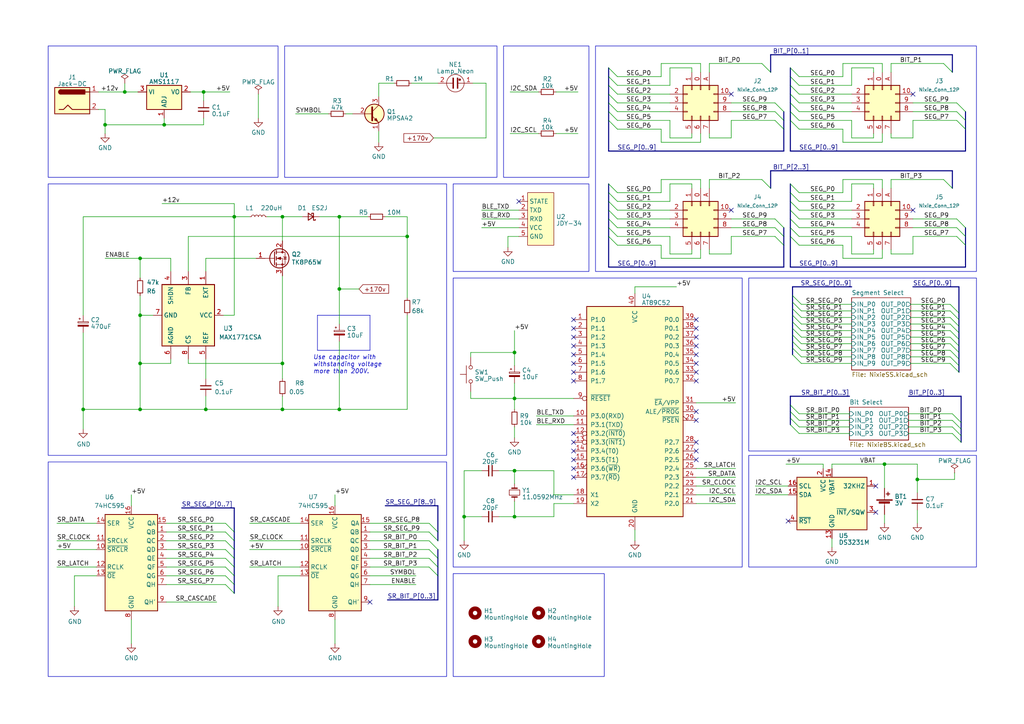
<source format=kicad_sch>
(kicad_sch (version 20230121) (generator eeschema)
  (paper "A4")
  (title_block (title "OpenNixie") (date "2023-06-28") (rev "v3.0"))
  (junction (at 30.48 36.195))
  (junction (at 149.225 102.235))
  (junction (at 47.625 36.195))
  (junction (at 149.225 149.86))
  (junction (at 24.13 118.745))
  (junction (at 81.915 105.41))
  (junction (at 81.915 118.745))
  (junction (at 98.425 118.745))
  (junction (at 59.055 26.67))
  (junction (at 98.425 83.82))
  (junction (at 81.915 62.865))
  (junction (at 67.945 62.865))
  (junction (at 256.54 134.62))
  (junction (at 40.64 118.745))
  (junction (at 266.065 139.065))
  (junction (at 40.64 74.93))
  (junction (at 149.225 136.525))
  (junction (at 40.64 105.41))
  (junction (at 134.62 149.86))
  (junction (at 98.425 62.865))
  (junction (at 36.195 26.67))
  (junction (at 118.11 68.58))
  (junction (at 40.64 91.44))
  (junction (at 149.225 115.57))
  (junction (at 59.69 118.745))
  (no_connect (at 264.795 27.305))
  (no_connect (at 166.37 110.49))
  (no_connect (at 201.93 105.41))
  (no_connect (at 166.37 102.87))
  (no_connect (at 201.93 110.49))
  (no_connect (at 254 140.97))
  (no_connect (at 228.6 151.13))
  (no_connect (at 201.93 107.95))
  (no_connect (at 201.93 128.27))
  (no_connect (at 166.37 97.79))
  (no_connect (at 166.37 128.27))
  (no_connect (at 264.795 60.96))
  (no_connect (at 201.93 100.33))
  (no_connect (at 166.37 92.71))
  (no_connect (at 166.37 105.41))
  (no_connect (at 150.495 58.42))
  (no_connect (at 201.93 102.87))
  (no_connect (at 166.37 138.43))
  (no_connect (at 166.37 100.33))
  (no_connect (at 166.37 107.95))
  (no_connect (at 254 148.59))
  (no_connect (at 166.37 135.89))
  (no_connect (at 212.09 27.305))
  (no_connect (at 201.93 133.35))
  (no_connect (at 201.93 119.38))
  (no_connect (at 166.37 130.81))
  (no_connect (at 166.37 133.35))
  (no_connect (at 201.93 97.79))
  (no_connect (at 201.93 95.25))
  (no_connect (at 201.93 92.71))
  (no_connect (at 201.93 130.81))
  (no_connect (at 201.93 121.92))
  (no_connect (at 107.315 174.625))
  (no_connect (at 212.09 60.96))
  (no_connect (at 166.37 125.73))
  (no_connect (at 166.37 95.25))
  (bus_entry (at 276.225 125.73) (size 2.54 2.54))
  (bus_entry (at 229.235 27.305) (size 2.54 2.54))
  (bus_entry (at 176.53 55.88) (size 2.54 2.54))
  (bus_entry (at 229.87 85.725) (size 2.54 2.54))
  (bus_entry (at 124.46 151.765) (size 2.54 2.54))
  (bus_entry (at 229.87 95.25) (size 2.54 2.54))
  (bus_entry (at 176.53 32.385) (size 2.54 2.54))
  (bus_entry (at 229.235 24.765) (size 2.54 2.54))
  (bus_entry (at 275.59 103.505) (size 2.54 2.54))
  (bus_entry (at 277.495 68.58) (size 2.54 2.54))
  (bus_entry (at 65.405 161.925) (size 2.54 2.54))
  (bus_entry (at 275.59 93.98) (size 2.54 2.54))
  (bus_entry (at 224.79 34.925) (size 2.54 2.54))
  (bus_entry (at 65.405 169.545) (size 2.54 2.54))
  (bus_entry (at 275.59 105.41) (size 2.54 2.54))
  (bus_entry (at 124.46 156.845) (size 2.54 2.54))
  (bus_entry (at 275.59 97.79) (size 2.54 2.54))
  (bus_entry (at 276.225 123.825) (size 2.54 2.54))
  (bus_entry (at 229.235 19.685) (size 2.54 2.54))
  (bus_entry (at 273.685 18.415) (size 2.54 2.54))
  (bus_entry (at 229.235 117.475) (size 2.54 2.54))
  (bus_entry (at 229.235 123.19) (size 2.54 2.54))
  (bus_entry (at 229.235 34.925) (size 2.54 2.54))
  (bus_entry (at 277.495 34.925) (size 2.54 2.54))
  (bus_entry (at 176.53 29.845) (size 2.54 2.54))
  (bus_entry (at 277.495 29.845) (size 2.54 2.54))
  (bus_entry (at 224.79 32.385) (size 2.54 2.54))
  (bus_entry (at 176.53 27.305) (size 2.54 2.54))
  (bus_entry (at 229.235 121.285) (size 2.54 2.54))
  (bus_entry (at 229.235 60.96) (size 2.54 2.54))
  (bus_entry (at 176.53 63.5) (size 2.54 2.54))
  (bus_entry (at 273.685 52.07) (size 2.54 2.54))
  (bus_entry (at 224.79 63.5) (size 2.54 2.54))
  (bus_entry (at 176.53 34.925) (size 2.54 2.54))
  (bus_entry (at 224.79 68.58) (size 2.54 2.54))
  (bus_entry (at 176.53 24.765) (size 2.54 2.54))
  (bus_entry (at 275.59 88.265) (size 2.54 2.54))
  (bus_entry (at 229.87 97.155) (size 2.54 2.54))
  (bus_entry (at 275.59 95.885) (size 2.54 2.54))
  (bus_entry (at 229.235 58.42) (size 2.54 2.54))
  (bus_entry (at 176.53 66.04) (size 2.54 2.54))
  (bus_entry (at 176.53 53.34) (size 2.54 2.54))
  (bus_entry (at 229.87 91.44) (size 2.54 2.54))
  (bus_entry (at 229.235 32.385) (size 2.54 2.54))
  (bus_entry (at 229.87 99.06) (size 2.54 2.54))
  (bus_entry (at 124.46 161.925) (size 2.54 2.54))
  (bus_entry (at 229.235 53.34) (size 2.54 2.54))
  (bus_entry (at 276.225 121.92) (size 2.54 2.54))
  (bus_entry (at 229.235 63.5) (size 2.54 2.54))
  (bus_entry (at 275.59 99.695) (size 2.54 2.54))
  (bus_entry (at 229.235 119.38) (size 2.54 2.54))
  (bus_entry (at 229.235 68.58) (size 2.54 2.54))
  (bus_entry (at 224.79 29.845) (size 2.54 2.54))
  (bus_entry (at 124.46 164.465) (size 2.54 2.54))
  (bus_entry (at 229.235 22.225) (size 2.54 2.54))
  (bus_entry (at 229.235 66.04) (size 2.54 2.54))
  (bus_entry (at 229.87 89.535) (size 2.54 2.54))
  (bus_entry (at 65.405 159.385) (size 2.54 2.54))
  (bus_entry (at 275.59 101.6) (size 2.54 2.54))
  (bus_entry (at 277.495 66.04) (size 2.54 2.54))
  (bus_entry (at 176.53 58.42) (size 2.54 2.54))
  (bus_entry (at 224.79 66.04) (size 2.54 2.54))
  (bus_entry (at 277.495 63.5) (size 2.54 2.54))
  (bus_entry (at 229.87 93.345) (size 2.54 2.54))
  (bus_entry (at 65.405 156.845) (size 2.54 2.54))
  (bus_entry (at 176.53 19.685) (size 2.54 2.54))
  (bus_entry (at 229.235 29.845) (size 2.54 2.54))
  (bus_entry (at 275.59 90.17) (size 2.54 2.54))
  (bus_entry (at 124.46 154.305) (size 2.54 2.54))
  (bus_entry (at 229.87 102.87) (size 2.54 2.54))
  (bus_entry (at 65.405 151.765) (size 2.54 2.54))
  (bus_entry (at 65.405 167.005) (size 2.54 2.54))
  (bus_entry (at 65.405 164.465) (size 2.54 2.54))
  (bus_entry (at 220.98 52.07) (size 2.54 2.54))
  (bus_entry (at 229.87 87.63) (size 2.54 2.54))
  (bus_entry (at 229.87 100.965) (size 2.54 2.54))
  (bus_entry (at 275.59 92.075) (size 2.54 2.54))
  (bus_entry (at 65.405 154.305) (size 2.54 2.54))
  (bus_entry (at 277.495 32.385) (size 2.54 2.54))
  (bus_entry (at 276.225 120.015) (size 2.54 2.54))
  (bus_entry (at 124.46 159.385) (size 2.54 2.54))
  (bus_entry (at 176.53 60.96) (size 2.54 2.54))
  (bus_entry (at 176.53 22.225) (size 2.54 2.54))
  (bus_entry (at 220.98 18.415) (size 2.54 2.54))
  (bus_entry (at 176.53 68.58) (size 2.54 2.54))
  (bus_entry (at 229.235 55.88) (size 2.54 2.54))
  (wire (pts (xy 80.645 167.005) (xy 86.995 167.005)))
  (bus (pts (xy 229.235 68.58) (xy 229.235 77.47)))
  (wire (pts (xy 98.425 62.865) (xy 98.425 83.82)))
  (wire (pts (xy 212.09 34.925) (xy 212.09 40.005)))
  (wire (pts (xy 46.99 59.055) (xy 67.945 59.055)))
  (wire (pts (xy 253.365 73.66) (xy 247.015 73.66)))
  (bus (pts (xy 127 154.305) (xy 127 156.845)))
  (wire (pts (xy 100.33 33.02) (xy 102.235 33.02)))
  (wire (pts (xy 264.795 63.5) (xy 277.495 63.5)))
  (wire (pts (xy 255.905 41.275) (xy 244.475 41.275)))
  (bus (pts (xy 227.33 34.925) (xy 227.33 37.465)))
  (bus (pts (xy 278.13 96.52) (xy 278.13 94.615)))
  (wire (pts (xy 256.54 134.62) (xy 266.065 134.62)))
  (bus (pts (xy 227.33 32.385) (xy 227.33 34.925)))
  (wire (pts (xy 81.915 105.41) (xy 81.915 109.855)))
  (bus (pts (xy 229.235 19.685) (xy 229.235 22.225)))
  (wire (pts (xy 244.475 74.93) (xy 244.475 71.12)))
  (bus (pts (xy 176.53 77.47) (xy 227.33 77.47)))
  (wire (pts (xy 203.2 54.61) (xy 203.2 52.07)))
  (wire (pts (xy 212.09 40.005) (xy 205.74 40.005)))
  (bus (pts (xy 278.13 92.71) (xy 278.13 90.805)))
  (bus (pts (xy 229.87 87.63) (xy 229.87 85.725)))
  (wire (pts (xy 264.16 99.695) (xy 275.59 99.695)))
  (wire (pts (xy 194.31 73.66) (xy 194.31 68.58)))
  (wire (pts (xy 72.39 159.385) (xy 86.995 159.385)))
  (bus (pts (xy 229.87 99.06) (xy 229.87 97.155)))
  (wire (pts (xy 179.07 22.225) (xy 191.77 22.225)))
  (wire (pts (xy 200.66 40.005) (xy 194.31 40.005)))
  (wire (pts (xy 203.2 74.93) (xy 191.77 74.93)))
  (bus (pts (xy 278.13 102.235) (xy 278.13 100.33)))
  (bus (pts (xy 263.525 114.935) (xy 278.765 114.935)))
  (bus (pts (xy 127 161.925) (xy 127 164.465)))
  (wire (pts (xy 232.41 97.79) (xy 247.015 97.79)))
  (wire (pts (xy 149.225 149.86) (xy 160.655 149.86)))
  (bus (pts (xy 67.945 164.465) (xy 67.945 167.005)))
  (wire (pts (xy 109.855 38.1) (xy 109.855 41.275)))
  (wire (pts (xy 244.475 41.275) (xy 244.475 37.465)))
  (wire (pts (xy 166.37 146.05) (xy 160.655 146.05)))
  (bus (pts (xy 176.53 24.765) (xy 176.53 27.305)))
  (wire (pts (xy 59.055 26.67) (xy 66.675 26.67)))
  (wire (pts (xy 107.315 167.005) (xy 120.65 167.005)))
  (bus (pts (xy 229.87 83.185) (xy 229.87 85.725)))
  (wire (pts (xy 147.955 38.735) (xy 156.21 38.735)))
  (wire (pts (xy 264.795 68.58) (xy 277.495 68.58)))
  (bus (pts (xy 227.33 71.12) (xy 227.33 77.47)))
  (wire (pts (xy 264.795 34.925) (xy 277.495 34.925)))
  (wire (pts (xy 201.93 116.84) (xy 213.36 116.84)))
  (wire (pts (xy 231.775 34.925) (xy 247.015 34.925)))
  (bus (pts (xy 223.52 15.875) (xy 276.225 15.875)))
  (wire (pts (xy 264.16 105.41) (xy 275.59 105.41)))
  (bus (pts (xy 229.87 102.87) (xy 229.87 100.965)))
  (wire (pts (xy 36.195 24.13) (xy 36.195 26.67)))
  (bus (pts (xy 67.945 154.305) (xy 67.945 156.845)))
  (bus (pts (xy 229.87 95.25) (xy 229.87 93.345)))
  (wire (pts (xy 255.905 18.415) (xy 244.475 18.415)))
  (bus (pts (xy 278.13 104.14) (xy 278.13 102.235)))
  (wire (pts (xy 231.775 55.88) (xy 244.475 55.88)))
  (bus (pts (xy 229.235 117.475) (xy 229.235 114.935)))
  (bus (pts (xy 176.53 22.225) (xy 176.53 24.765)))
  (wire (pts (xy 155.575 120.65) (xy 166.37 120.65)))
  (wire (pts (xy 179.07 34.925) (xy 194.31 34.925)))
  (wire (pts (xy 149.225 102.235) (xy 149.225 106.045)))
  (wire (pts (xy 92.71 62.865) (xy 98.425 62.865)))
  (wire (pts (xy 253.365 19.685) (xy 247.015 19.685)))
  (wire (pts (xy 244.475 22.225) (xy 244.475 18.415)))
  (bus (pts (xy 112.395 173.99) (xy 127 173.99)))
  (wire (pts (xy 256.54 134.62) (xy 256.54 141.605)))
  (wire (pts (xy 97.155 179.705) (xy 97.155 186.69)))
  (bus (pts (xy 227.33 37.465) (xy 227.33 43.815)))
  (wire (pts (xy 86.995 151.765) (xy 72.39 151.765)))
  (wire (pts (xy 205.74 54.61) (xy 205.74 52.07)))
  (wire (pts (xy 149.225 115.57) (xy 149.225 118.745)))
  (wire (pts (xy 24.13 62.865) (xy 24.13 91.44)))
  (wire (pts (xy 28.575 31.75) (xy 30.48 31.75)))
  (wire (pts (xy 264.16 92.075) (xy 275.59 92.075)))
  (wire (pts (xy 16.51 159.385) (xy 27.94 159.385)))
  (wire (pts (xy 139.7 60.96) (xy 150.495 60.96)))
  (wire (pts (xy 232.41 103.505) (xy 247.015 103.505)))
  (wire (pts (xy 184.15 83.185) (xy 196.215 83.185)))
  (bus (pts (xy 229.235 22.225) (xy 229.235 24.765)))
  (wire (pts (xy 205.74 18.415) (xy 220.98 18.415)))
  (wire (pts (xy 227.965 134.62) (xy 238.76 134.62)))
  (wire (pts (xy 244.475 55.88) (xy 244.475 52.07)))
  (bus (pts (xy 176.53 27.305) (xy 176.53 29.845)))
  (wire (pts (xy 48.26 156.845) (xy 65.405 156.845)))
  (wire (pts (xy 98.425 83.82) (xy 98.425 93.98)))
  (wire (pts (xy 149.225 136.525) (xy 149.225 140.335)))
  (wire (pts (xy 111.76 62.865) (xy 118.11 62.865)))
  (wire (pts (xy 203.2 52.07) (xy 191.77 52.07)))
  (bus (pts (xy 227.33 66.04) (xy 227.33 68.58)))
  (wire (pts (xy 255.905 72.39) (xy 255.905 74.93)))
  (wire (pts (xy 48.26 151.765) (xy 65.405 151.765)))
  (wire (pts (xy 231.775 22.225) (xy 244.475 22.225)))
  (bus (pts (xy 278.13 90.805) (xy 278.13 83.185)))
  (wire (pts (xy 49.53 74.93) (xy 49.53 78.74)))
  (bus (pts (xy 229.235 58.42) (xy 229.235 60.96)))
  (wire (pts (xy 160.655 136.525) (xy 160.655 143.51)))
  (wire (pts (xy 119.38 24.13) (xy 127 24.13)))
  (wire (pts (xy 149.225 111.125) (xy 149.225 115.57)))
  (bus (pts (xy 67.945 159.385) (xy 67.945 161.925)))
  (wire (pts (xy 232.41 99.695) (xy 247.015 99.695)))
  (bus (pts (xy 176.53 60.96) (xy 176.53 63.5)))
  (bus (pts (xy 227.33 68.58) (xy 227.33 71.12)))
  (wire (pts (xy 200.66 54.61) (xy 200.66 53.34)))
  (bus (pts (xy 264.795 83.185) (xy 278.13 83.185)))
  (wire (pts (xy 231.775 27.305) (xy 247.015 27.305)))
  (wire (pts (xy 40.64 118.745) (xy 59.69 118.745)))
  (bus (pts (xy 223.52 49.53) (xy 276.225 49.53)))
  (wire (pts (xy 97.155 143.51) (xy 97.155 146.685)))
  (bus (pts (xy 176.53 66.04) (xy 176.53 68.58)))
  (wire (pts (xy 203.2 72.39) (xy 203.2 74.93)))
  (bus (pts (xy 127 154.305) (xy 127 146.685)))
  (wire (pts (xy 149.225 136.525) (xy 160.655 136.525)))
  (wire (pts (xy 67.945 59.055) (xy 67.945 62.865)))
  (wire (pts (xy 247.015 24.765) (xy 247.015 19.685)))
  (wire (pts (xy 191.77 22.225) (xy 191.77 18.415)))
  (wire (pts (xy 161.29 26.67) (xy 167.64 26.67)))
  (bus (pts (xy 127 164.465) (xy 127 167.005)))
  (wire (pts (xy 255.905 74.93) (xy 244.475 74.93)))
  (bus (pts (xy 229.235 43.815) (xy 280.035 43.815)))
  (bus (pts (xy 278.765 122.555) (xy 278.765 114.935)))
  (wire (pts (xy 232.41 93.98) (xy 247.015 93.98)))
  (wire (pts (xy 231.775 120.015) (xy 246.38 120.015)))
  (wire (pts (xy 144.78 136.525) (xy 149.225 136.525)))
  (wire (pts (xy 54.61 68.58) (xy 118.11 68.58)))
  (bus (pts (xy 223.52 20.955) (xy 223.52 15.875)))
  (wire (pts (xy 140.97 24.13) (xy 140.97 40.005)))
  (wire (pts (xy 231.775 63.5) (xy 247.015 63.5)))
  (wire (pts (xy 200.66 19.685) (xy 194.31 19.685)))
  (bus (pts (xy 229.87 100.965) (xy 229.87 99.06)))
  (wire (pts (xy 30.48 31.75) (xy 30.48 36.195)))
  (wire (pts (xy 264.795 73.66) (xy 258.445 73.66)))
  (wire (pts (xy 147.955 26.67) (xy 156.21 26.67)))
  (wire (pts (xy 160.655 146.05) (xy 160.655 149.86)))
  (wire (pts (xy 241.3 156.21) (xy 241.3 158.75)))
  (bus (pts (xy 278.13 106.045) (xy 278.13 104.14)))
  (wire (pts (xy 194.31 58.42) (xy 194.31 53.34)))
  (wire (pts (xy 255.905 54.61) (xy 255.905 52.07)))
  (wire (pts (xy 201.93 140.97) (xy 213.36 140.97)))
  (bus (pts (xy 229.87 93.345) (xy 229.87 91.44)))
  (wire (pts (xy 47.625 36.195) (xy 30.48 36.195)))
  (wire (pts (xy 238.76 134.62) (xy 238.76 135.89)))
  (bus (pts (xy 278.765 124.46) (xy 278.765 122.555)))
  (wire (pts (xy 231.775 123.825) (xy 246.38 123.825)))
  (bus (pts (xy 67.945 156.845) (xy 67.945 159.385)))
  (wire (pts (xy 179.07 66.04) (xy 194.31 66.04)))
  (wire (pts (xy 81.915 80.01) (xy 81.915 105.41)))
  (polyline (pts (xy 92.075 91.44) (xy 92.075 101.6)))
  (wire (pts (xy 232.41 90.17) (xy 247.015 90.17)))
  (bus (pts (xy 176.53 19.685) (xy 176.53 22.225)))
  (wire (pts (xy 212.09 63.5) (xy 224.79 63.5)))
  (bus (pts (xy 229.87 89.535) (xy 229.87 87.63)))
  (wire (pts (xy 264.16 90.17) (xy 275.59 90.17)))
  (wire (pts (xy 179.07 71.12) (xy 191.77 71.12)))
  (wire (pts (xy 191.77 41.275) (xy 191.77 37.465)))
  (wire (pts (xy 179.07 55.88) (xy 191.77 55.88)))
  (wire (pts (xy 149.225 123.825) (xy 149.225 127)))
  (bus (pts (xy 176.53 43.815) (xy 227.33 43.815)))
  (wire (pts (xy 201.93 135.89) (xy 213.36 135.89)))
  (wire (pts (xy 40.64 74.93) (xy 49.53 74.93)))
  (wire (pts (xy 98.425 62.865) (xy 106.68 62.865)))
  (wire (pts (xy 48.26 167.005) (xy 65.405 167.005)))
  (wire (pts (xy 231.775 66.04) (xy 247.015 66.04)))
  (bus (pts (xy 280.035 34.925) (xy 280.035 37.465)))
  (wire (pts (xy 40.64 91.44) (xy 40.64 105.41)))
  (wire (pts (xy 201.93 138.43) (xy 213.36 138.43)))
  (wire (pts (xy 263.525 121.92) (xy 276.225 121.92)))
  (wire (pts (xy 191.77 74.93) (xy 191.77 71.12)))
  (wire (pts (xy 201.93 146.05) (xy 213.36 146.05)))
  (wire (pts (xy 264.16 93.98) (xy 275.59 93.98)))
  (wire (pts (xy 212.09 29.845) (xy 224.79 29.845)))
  (wire (pts (xy 118.11 68.58) (xy 118.11 86.36)))
  (wire (pts (xy 179.07 60.96) (xy 194.31 60.96)))
  (wire (pts (xy 54.61 78.74) (xy 54.61 68.58)))
  (wire (pts (xy 231.775 58.42) (xy 247.015 58.42)))
  (wire (pts (xy 36.195 26.67) (xy 40.005 26.67)))
  (wire (pts (xy 184.15 85.09) (xy 184.15 83.185)))
  (bus (pts (xy 223.52 54.61) (xy 223.52 49.53)))
  (wire (pts (xy 179.07 58.42) (xy 194.31 58.42)))
  (wire (pts (xy 16.51 156.845) (xy 27.94 156.845)))
  (bus (pts (xy 176.53 53.34) (xy 176.53 55.88)))
  (wire (pts (xy 255.905 38.735) (xy 255.905 41.275)))
  (wire (pts (xy 30.48 74.93) (xy 40.64 74.93)))
  (wire (pts (xy 48.26 164.465) (xy 65.405 164.465)))
  (bus (pts (xy 229.235 123.19) (xy 229.235 121.285)))
  (wire (pts (xy 247.015 58.42) (xy 247.015 53.34)))
  (wire (pts (xy 72.39 156.845) (xy 86.995 156.845)))
  (wire (pts (xy 67.945 62.865) (xy 67.945 91.44)))
  (bus (pts (xy 229.235 55.88) (xy 229.235 58.42)))
  (wire (pts (xy 179.07 37.465) (xy 191.77 37.465)))
  (wire (pts (xy 264.16 101.6) (xy 275.59 101.6)))
  (wire (pts (xy 184.15 153.67) (xy 184.15 156.845)))
  (wire (pts (xy 16.51 151.765) (xy 27.94 151.765)))
  (wire (pts (xy 232.41 95.885) (xy 247.015 95.885)))
  (wire (pts (xy 81.915 114.935) (xy 81.915 118.745)))
  (bus (pts (xy 229.87 91.44) (xy 229.87 89.535)))
  (wire (pts (xy 194.31 40.005) (xy 194.31 34.925)))
  (wire (pts (xy 264.16 95.885) (xy 275.59 95.885)))
  (wire (pts (xy 109.855 24.13) (xy 109.855 27.94)))
  (wire (pts (xy 59.69 74.93) (xy 74.295 74.93)))
  (bus (pts (xy 280.035 37.465) (xy 280.035 43.815)))
  (wire (pts (xy 253.365 38.735) (xy 253.365 40.005)))
  (wire (pts (xy 258.445 73.66) (xy 258.445 72.39)))
  (bus (pts (xy 229.235 63.5) (xy 229.235 66.04)))
  (wire (pts (xy 81.915 62.865) (xy 81.915 69.85)))
  (wire (pts (xy 48.26 154.305) (xy 65.405 154.305)))
  (wire (pts (xy 264.795 40.005) (xy 258.445 40.005)))
  (wire (pts (xy 139.7 63.5) (xy 150.495 63.5)))
  (wire (pts (xy 155.575 123.19) (xy 166.37 123.19)))
  (wire (pts (xy 38.1 179.705) (xy 38.1 186.69)))
  (wire (pts (xy 231.775 60.96) (xy 247.015 60.96)))
  (bus (pts (xy 276.225 49.53) (xy 276.225 54.61)))
  (wire (pts (xy 107.315 156.845) (xy 124.46 156.845)))
  (wire (pts (xy 150.495 68.58) (xy 147.32 68.58)))
  (bus (pts (xy 229.235 121.285) (xy 229.235 119.38)))
  (wire (pts (xy 253.365 53.34) (xy 247.015 53.34)))
  (wire (pts (xy 149.225 115.57) (xy 166.37 115.57)))
  (wire (pts (xy 136.525 113.665) (xy 136.525 115.57)))
  (bus (pts (xy 278.13 94.615) (xy 278.13 92.71)))
  (wire (pts (xy 205.74 52.07) (xy 220.98 52.07)))
  (wire (pts (xy 231.775 24.765) (xy 247.015 24.765)))
  (wire (pts (xy 201.93 143.51) (xy 213.36 143.51)))
  (bus (pts (xy 278.13 107.95) (xy 278.13 106.045)))
  (wire (pts (xy 40.64 74.93) (xy 40.64 80.645)))
  (wire (pts (xy 118.11 91.44) (xy 118.11 118.745)))
  (wire (pts (xy 200.66 20.955) (xy 200.66 19.685)))
  (bus (pts (xy 229.235 53.34) (xy 229.235 55.88)))
  (wire (pts (xy 212.09 66.04) (xy 224.79 66.04)))
  (bus (pts (xy 229.235 32.385) (xy 229.235 34.925)))
  (polyline (pts (xy 107.315 91.44) (xy 107.315 101.6)))
  (wire (pts (xy 179.07 32.385) (xy 194.31 32.385)))
  (wire (pts (xy 118.11 62.865) (xy 118.11 68.58)))
  (wire (pts (xy 134.62 149.86) (xy 139.7 149.86)))
  (wire (pts (xy 55.245 26.67) (xy 59.055 26.67)))
  (wire (pts (xy 231.775 121.92) (xy 246.38 121.92)))
  (bus (pts (xy 278.765 128.27) (xy 278.765 126.365)))
  (wire (pts (xy 241.3 135.89) (xy 241.3 134.62)))
  (wire (pts (xy 149.225 95.885) (xy 149.225 102.235)))
  (bus (pts (xy 229.235 60.96) (xy 229.235 63.5)))
  (wire (pts (xy 72.39 62.865) (xy 67.945 62.865)))
  (bus (pts (xy 229.235 77.47) (xy 280.035 77.47)))
  (wire (pts (xy 212.09 34.925) (xy 224.79 34.925)))
  (bus (pts (xy 176.53 68.58) (xy 176.53 77.47)))
  (wire (pts (xy 253.365 54.61) (xy 253.365 53.34)))
  (wire (pts (xy 255.905 20.955) (xy 255.905 18.415)))
  (wire (pts (xy 140.97 40.005) (xy 125.73 40.005)))
  (bus (pts (xy 276.225 15.875) (xy 276.225 20.955)))
  (bus (pts (xy 229.87 97.155) (xy 229.87 95.25)))
  (wire (pts (xy 231.775 32.385) (xy 247.015 32.385)))
  (wire (pts (xy 219.075 143.51) (xy 228.6 143.51)))
  (wire (pts (xy 81.915 118.745) (xy 98.425 118.745)))
  (wire (pts (xy 266.065 142.875) (xy 266.065 139.065)))
  (wire (pts (xy 59.055 34.29) (xy 59.055 36.195)))
  (bus (pts (xy 176.53 34.925) (xy 176.53 43.815)))
  (wire (pts (xy 219.075 140.97) (xy 228.6 140.97)))
  (wire (pts (xy 24.13 118.745) (xy 40.64 118.745)))
  (bus (pts (xy 229.235 24.765) (xy 229.235 27.305)))
  (bus (pts (xy 278.13 98.425) (xy 278.13 96.52)))
  (wire (pts (xy 205.74 73.66) (xy 205.74 72.39)))
  (wire (pts (xy 72.39 164.465) (xy 86.995 164.465)))
  (bus (pts (xy 280.035 68.58) (xy 280.035 71.12)))
  (wire (pts (xy 200.66 53.34) (xy 194.31 53.34)))
  (wire (pts (xy 48.26 169.545) (xy 65.405 169.545)))
  (wire (pts (xy 232.41 105.41) (xy 247.015 105.41)))
  (wire (pts (xy 48.26 174.625) (xy 62.865 174.625)))
  (wire (pts (xy 98.425 83.82) (xy 104.14 83.82)))
  (wire (pts (xy 258.445 52.07) (xy 273.685 52.07)))
  (wire (pts (xy 258.445 20.955) (xy 258.445 18.415)))
  (wire (pts (xy 59.69 104.14) (xy 59.69 109.855)))
  (bus (pts (xy 67.945 169.545) (xy 67.945 172.085)))
  (wire (pts (xy 107.315 169.545) (xy 120.65 169.545)))
  (wire (pts (xy 59.69 118.745) (xy 81.915 118.745)))
  (wire (pts (xy 24.13 62.865) (xy 67.945 62.865)))
  (wire (pts (xy 231.775 71.12) (xy 244.475 71.12)))
  (wire (pts (xy 40.64 105.41) (xy 40.64 118.745)))
  (wire (pts (xy 107.315 164.465) (xy 124.46 164.465)))
  (bus (pts (xy 127 173.99) (xy 127 167.005)))
  (bus (pts (xy 278.13 100.33) (xy 278.13 98.425)))
  (wire (pts (xy 134.62 136.525) (xy 134.62 149.86)))
  (wire (pts (xy 38.1 143.51) (xy 38.1 146.685)))
  (wire (pts (xy 81.915 62.865) (xy 87.63 62.865)))
  (wire (pts (xy 232.41 92.075) (xy 247.015 92.075)))
  (wire (pts (xy 54.61 105.41) (xy 81.915 105.41)))
  (wire (pts (xy 264.795 29.845) (xy 277.495 29.845)))
  (wire (pts (xy 77.47 62.865) (xy 81.915 62.865)))
  (wire (pts (xy 200.66 73.66) (xy 194.31 73.66)))
  (wire (pts (xy 205.74 20.955) (xy 205.74 18.415)))
  (wire (pts (xy 266.065 147.955) (xy 266.065 151.765)))
  (bus (pts (xy 280.035 66.04) (xy 280.035 68.58)))
  (wire (pts (xy 150.495 66.04) (xy 139.7 66.04)))
  (wire (pts (xy 191.77 55.88) (xy 191.77 52.07)))
  (wire (pts (xy 231.775 68.58) (xy 247.015 68.58)))
  (wire (pts (xy 16.51 164.465) (xy 27.94 164.465)))
  (wire (pts (xy 212.09 68.58) (xy 224.79 68.58)))
  (wire (pts (xy 247.015 40.005) (xy 247.015 34.925)))
  (wire (pts (xy 253.365 72.39) (xy 253.365 73.66)))
  (wire (pts (xy 203.2 18.415) (xy 191.77 18.415)))
  (wire (pts (xy 179.07 24.765) (xy 194.31 24.765)))
  (wire (pts (xy 74.93 27.305) (xy 74.93 34.29)))
  (wire (pts (xy 264.795 34.925) (xy 264.795 40.005)))
  (wire (pts (xy 264.16 88.265) (xy 275.59 88.265)))
  (wire (pts (xy 24.13 124.46) (xy 24.13 118.745)))
  (wire (pts (xy 258.445 18.415) (xy 273.685 18.415)))
  (wire (pts (xy 241.3 134.62) (xy 256.54 134.62)))
  (wire (pts (xy 80.645 175.895) (xy 80.645 167.005)))
  (wire (pts (xy 149.225 115.57) (xy 136.525 115.57)))
  (wire (pts (xy 266.065 139.065) (xy 266.065 134.62)))
  (wire (pts (xy 48.26 161.925) (xy 65.405 161.925)))
  (wire (pts (xy 59.055 36.195) (xy 47.625 36.195)))
  (wire (pts (xy 85.725 33.02) (xy 95.25 33.02)))
  (wire (pts (xy 149.225 102.235) (xy 136.525 102.235)))
  (bus (pts (xy 229.235 114.935) (xy 246.38 114.935)))
  (wire (pts (xy 194.31 24.765) (xy 194.31 19.685)))
  (wire (pts (xy 266.065 139.065) (xy 276.86 139.065)))
  (bus (pts (xy 229.235 66.04) (xy 229.235 68.58)))
  (bus (pts (xy 111.76 146.685) (xy 127 146.685)))
  (wire (pts (xy 264.16 103.505) (xy 275.59 103.505)))
  (wire (pts (xy 44.45 91.44) (xy 40.64 91.44)))
  (bus (pts (xy 176.53 58.42) (xy 176.53 60.96)))
  (wire (pts (xy 137.16 24.13) (xy 140.97 24.13)))
  (bus (pts (xy 67.945 161.925) (xy 67.945 164.465)))
  (wire (pts (xy 136.525 102.235) (xy 136.525 103.505)))
  (wire (pts (xy 203.2 20.955) (xy 203.2 18.415)))
  (wire (pts (xy 232.41 101.6) (xy 247.015 101.6)))
  (bus (pts (xy 229.235 29.845) (xy 229.235 32.385)))
  (wire (pts (xy 28.575 26.67) (xy 36.195 26.67)))
  (wire (pts (xy 263.525 123.825) (xy 276.225 123.825)))
  (bus (pts (xy 127 161.925) (xy 127 159.385)))
  (wire (pts (xy 231.775 125.73) (xy 246.38 125.73)))
  (bus (pts (xy 67.945 154.305) (xy 67.945 147.32)))
  (wire (pts (xy 40.64 105.41) (xy 49.53 105.41)))
  (wire (pts (xy 21.59 175.895) (xy 21.59 167.005)))
  (wire (pts (xy 253.365 40.005) (xy 247.015 40.005)))
  (wire (pts (xy 59.055 26.67) (xy 59.055 29.21)))
  (wire (pts (xy 276.86 139.065) (xy 276.86 137.16)))
  (wire (pts (xy 47.625 34.29) (xy 47.625 36.195)))
  (bus (pts (xy 52.705 147.32) (xy 67.945 147.32)))
  (wire (pts (xy 264.795 66.04) (xy 277.495 66.04)))
  (wire (pts (xy 200.66 38.735) (xy 200.66 40.005)))
  (wire (pts (xy 212.09 73.66) (xy 205.74 73.66)))
  (bus (pts (xy 229.235 34.925) (xy 229.235 43.815)))
  (wire (pts (xy 30.48 36.195) (xy 30.48 38.735)))
  (wire (pts (xy 263.525 125.73) (xy 276.225 125.73)))
  (bus (pts (xy 229.87 83.185) (xy 247.015 83.185)))
  (wire (pts (xy 48.26 159.385) (xy 65.405 159.385)))
  (wire (pts (xy 160.655 143.51) (xy 166.37 143.51)))
  (wire (pts (xy 24.13 96.52) (xy 24.13 118.745)))
  (wire (pts (xy 179.07 29.845) (xy 194.31 29.845)))
  (wire (pts (xy 64.77 91.44) (xy 67.945 91.44)))
  (wire (pts (xy 107.315 161.925) (xy 124.46 161.925)))
  (bus (pts (xy 280.035 32.385) (xy 280.035 34.925)))
  (wire (pts (xy 49.53 105.41) (xy 49.53 104.14)))
  (wire (pts (xy 161.29 38.735) (xy 167.64 38.735)))
  (wire (pts (xy 231.775 29.845) (xy 247.015 29.845)))
  (wire (pts (xy 212.09 68.58) (xy 212.09 73.66)))
  (polyline (pts (xy 92.075 91.44) (xy 107.315 91.44)))
  (wire (pts (xy 253.365 20.955) (xy 253.365 19.685)))
  (bus (pts (xy 176.53 63.5) (xy 176.53 66.04)))
  (bus (pts (xy 176.53 55.88) (xy 176.53 58.42)))
  (wire (pts (xy 205.74 40.005) (xy 205.74 38.735)))
  (wire (pts (xy 40.64 85.725) (xy 40.64 91.44)))
  (bus (pts (xy 176.53 32.385) (xy 176.53 34.925)))
  (bus (pts (xy 229.235 27.305) (xy 229.235 29.845)))
  (wire (pts (xy 109.855 24.13) (xy 114.3 24.13)))
  (wire (pts (xy 231.775 37.465) (xy 244.475 37.465)))
  (wire (pts (xy 264.795 32.385) (xy 277.495 32.385)))
  (wire (pts (xy 258.445 54.61) (xy 258.445 52.07)))
  (wire (pts (xy 98.425 99.06) (xy 98.425 118.745)))
  (wire (pts (xy 179.07 27.305) (xy 194.31 27.305)))
  (wire (pts (xy 134.62 136.525) (xy 139.7 136.525)))
  (wire (pts (xy 264.795 68.58) (xy 264.795 73.66)))
  (wire (pts (xy 203.2 41.275) (xy 191.77 41.275)))
  (bus (pts (xy 229.235 119.38) (xy 229.235 117.475)))
  (wire (pts (xy 200.66 72.39) (xy 200.66 73.66)))
  (wire (pts (xy 263.525 120.015) (xy 276.225 120.015)))
  (wire (pts (xy 256.54 149.225) (xy 256.54 151.765)))
  (wire (pts (xy 107.315 159.385) (xy 124.46 159.385)))
  (wire (pts (xy 203.2 38.735) (xy 203.2 41.275)))
  (wire (pts (xy 212.09 32.385) (xy 224.79 32.385)))
  (wire (pts (xy 147.32 68.58) (xy 147.32 71.755)))
  (wire (pts (xy 98.425 118.745) (xy 118.11 118.745)))
  (wire (pts (xy 59.69 114.935) (xy 59.69 118.745)))
  (bus (pts (xy 176.53 29.845) (xy 176.53 32.385)))
  (polyline (pts (xy 92.075 101.6) (xy 107.315 101.6)))
  (wire (pts (xy 144.78 149.86) (xy 149.225 149.86)))
  (wire (pts (xy 107.315 151.765) (xy 124.46 151.765)))
  (bus (pts (xy 278.765 126.365) (xy 278.765 124.46)))
  (bus (pts (xy 67.945 167.005) (xy 67.945 169.545)))
  (wire (pts (xy 179.07 63.5) (xy 194.31 63.5)))
  (wire (pts (xy 21.59 167.005) (xy 27.94 167.005)))
  (wire (pts (xy 107.315 154.305) (xy 124.46 154.305)))
  (wire (pts (xy 255.905 52.07) (xy 244.475 52.07)))
  (bus (pts (xy 280.035 71.12) (xy 280.035 77.47)))
  (wire (pts (xy 59.69 78.74) (xy 59.69 74.93)))
  (wire (pts (xy 264.16 97.79) (xy 275.59 97.79)))
  (wire (pts (xy 258.445 40.005) (xy 258.445 38.735)))
  (wire (pts (xy 232.41 88.265) (xy 247.015 88.265)))
  (wire (pts (xy 149.225 145.415) (xy 149.225 149.86)))
  (wire (pts (xy 54.61 104.14) (xy 54.61 105.41)))
  (wire (pts (xy 179.07 68.58) (xy 194.31 68.58)))
  (wire (pts (xy 134.62 149.86) (xy 134.62 156.845)))
  (wire (pts (xy 247.015 73.66) (xy 247.015 68.58)))
  (rectangle (start 82.55 13.335) (end 144.145 51.435))
  (rectangle (start 131.445 53.34) (end 170.815 78.74))
  (rectangle (start 146.05 13.335) (end 170.815 51.435))
  (rectangle (start 217.17 132.08) (end 283.21 164.465))
  (rectangle (start 13.97 133.985) (end 129.54 196.215))
  (rectangle (start 13.97 53.34) (end 129.54 132.08))
  (rectangle (start 217.17 80.645) (end 283.21 130.81))
  (rectangle (start 172.72 13.335) (end 283.21 78.74))
  (rectangle (start 131.445 80.645) (end 215.265 164.465))
  (rectangle (start 131.445 166.37) (end 175.26 196.215))
  (text_box "" (at 13.97 13.335 0) (size 66.675 38.1) (effects (font (size 1.27 1.27)) (justify left top)))
  (text "Use capacitor with\nwithstanding voltage\nmore than 200V." (at 90.805 108.585 0) (effects (font (size 1.27 1.27) italic) (justify left bottom)))
  (label "SR_CLOCK" (at 72.39 156.845 0))
  (label "SR_SEG_P[0..7]" (at 52.705 147.32 0))
  (label "SR_BIT_P0" (at 233.68 120.015 0))
  (label "SEG_P0" (at 234.95 55.88 0))
  (label "SR_LATCH" (at 213.36 135.89 180))
  (label "+5V" (at 97.155 143.51 0))
  (label "BIT_P2" (at 266.7 123.825 0))
  (label "SR_BIT_P2" (at 111.125 161.925 0))
  (label "SR_SEG_P9" (at 111.125 154.305 0))
  (label "SR_SEG_P[8..9]" (at 111.76 146.685 0))
  (label "SR_SEG_P7" (at 233.68 101.6 0))
  (label "SR_DATA" (at 213.36 138.43 180))
  (label "SEG_P2" (at 181.61 27.305 0))
  (label "SR_BIT_P2" (at 233.68 123.825 0))
  (label "SR_LATCH" (at 16.51 164.465 0))
  (label "SEG_P7" (at 267.97 34.925 0))
  (label "SEG_P5" (at 234.95 68.58 0))
  (label "BIT_P3" (at 266.7 125.73 0))
  (label "BIT_P3" (at 260.985 52.07 0))
  (label "+5V" (at 213.36 116.84 180))
  (label "SEG_P6" (at 181.61 71.12 0))
  (label "SEG_P[0..9]" (at 264.795 83.185 0))
  (label "SR_BIT_P3" (at 111.125 164.465 0))
  (label "SR_SEG_P8" (at 111.125 151.765 0))
  (label "SEG_P8" (at 267.97 66.04 0))
  (label "SEG_P9" (at 215.265 63.5 0))
  (label "SEG_P4" (at 181.61 32.385 0))
  (label "+5V" (at 139.7 66.04 0))
  (label "SR_SEG_P2" (at 233.68 92.075 0))
  (label "SR_SEG_P2" (at 51.435 156.845 0))
  (label "SEG_P5" (at 274.32 97.79 180))
  (label "SEG_P5" (at 181.61 34.925 0))
  (label "+5V" (at 167.64 26.67 180))
  (label "BIT_P2" (at 208.28 52.07 0))
  (label "SEG_P6" (at 181.61 37.465 0))
  (label "BLE_TXD" (at 139.7 60.96 0))
  (label "SR_DATA" (at 16.51 151.765 0))
  (label "+12v" (at 29.21 26.67 0))
  (label "SEG_P3" (at 274.32 93.98 180))
  (label "SEG_P8" (at 215.265 32.385 0))
  (label "SR_SEG_P5" (at 51.435 164.465 0))
  (label "I2C_SCL" (at 219.075 140.97 0))
  (label "SEG_P9" (at 267.97 63.5 0))
  (label "SR_BIT_P1" (at 233.68 121.92 0))
  (label "SR_SEG_P6" (at 233.68 99.695 0))
  (label "SR_CLOCK" (at 213.36 140.97 180))
  (label "I2C_SDA" (at 213.36 146.05 180))
  (label "SEG_P7" (at 215.265 68.58 0))
  (label "SR_BIT_P1" (at 111.125 159.385 0))
  (label "SEG_P[0..9]" (at 179.07 77.47 0))
  (label "+5V" (at 16.51 159.385 0))
  (label "I2C_SDA" (at 219.075 143.51 0))
  (label "SEG_P3" (at 181.61 63.5 0))
  (label "BIT_P1" (at 266.7 121.92 0))
  (label "BIT_P0" (at 208.28 18.415 0))
  (label "SEG_P7" (at 267.97 68.58 0))
  (label "+5V" (at 196.215 83.185 0))
  (label "SR_BIT_P[0..3]" (at 112.395 173.99 0))
  (label "SEG_P9" (at 267.97 29.845 0))
  (label "+5V" (at 167.64 38.735 180))
  (label "SEG_P7" (at 274.32 101.6 180))
  (label "SEG_P[0..9]" (at 179.07 43.815 0))
  (label "SEG_P1" (at 181.61 24.765 0))
  (label "SEG_P8" (at 274.32 103.505 180))
  (label "SR_SEG_P0" (at 51.435 151.765 0))
  (label "VBAT" (at 254 134.62 180))
  (label "BLE_RXD" (at 155.575 123.19 0))
  (label "I2C_SDA" (at 147.955 26.67 0))
  (label "+5V" (at 66.675 26.67 180))
  (label "SEG_P3" (at 234.95 63.5 0))
  (label "SR_SEG_P1" (at 51.435 154.305 0))
  (label "SR_SEG_P[0..9]" (at 247.015 83.185 180))
  (label "BIT_P0" (at 266.7 120.015 0))
  (label "ENABLE" (at 30.48 74.93 0))
  (label "SR_SEG_P6" (at 51.435 167.005 0))
  (label "BLE_RXD" (at 139.7 63.5 0))
  (label "SEG_P0" (at 234.95 22.225 0))
  (label "SEG_P6" (at 274.32 99.695 180))
  (label "SR_SEG_P4" (at 51.435 161.925 0))
  (label "SEG_P9" (at 215.265 29.845 0))
  (label "SEG_P4" (at 274.32 95.885 180))
  (label "SR_BIT_P3" (at 233.68 125.73 0))
  (label "BIT_P[0..3]" (at 263.525 114.935 0))
  (label "SEG_P5" (at 181.61 68.58 0))
  (label "SEG_P5" (at 234.95 34.925 0))
  (label "SR_SEG_P9" (at 233.68 105.41 0))
  (label "SEG_P4" (at 181.61 66.04 0))
  (label "ENABLE" (at 120.65 169.545 180))
  (label "I2C_SCL" (at 213.36 143.51 180))
  (label "SEG_P2" (at 181.61 60.96 0))
  (label "SEG_P9" (at 274.32 105.41 180))
  (label "SEG_P[0..9]" (at 231.775 43.815 0))
  (label "SR_SEG_P7" (at 51.435 169.545 0))
  (label "SEG_P3" (at 234.95 29.845 0))
  (label "BIT_P[0..1]" (at 224.155 15.875 0))
  (label "SEG_P1" (at 234.95 58.42 0))
  (label "SEG_P3" (at 181.61 29.845 0))
  (label "SEG_P8" (at 267.97 32.385 0))
  (label "+5V" (at 227.965 134.62 0))
  (label "+5V" (at 38.1 143.51 0))
  (label "SEG_P4" (at 234.95 66.04 0))
  (label "BIT_P[2..3]" (at 224.155 49.53 0))
  (label "SEG_P0" (at 274.32 88.265 180))
  (label "SEG_P2" (at 234.95 60.96 0))
  (label "SR_SEG_P5" (at 233.68 97.79 0))
  (label "SEG_P6" (at 234.95 37.465 0))
  (label "I2C_SCL" (at 147.955 38.735 0))
  (label "SEG_P0" (at 181.61 55.88 0))
  (label "SEG_P0" (at 181.61 22.225 0))
  (label "SR_SEG_P4" (at 233.68 95.885 0))
  (label "+12v" (at 46.99 59.055 0))
  (label "SR_LATCH" (at 72.39 164.465 0))
  (label "SR_SEG_P3" (at 233.68 93.98 0))
  (label "BLE_TXD" (at 155.575 120.65 0))
  (label "SEG_P8" (at 215.265 66.04 0))
  (label "SEG_P2" (at 234.95 27.305 0))
  (label "SR_BIT_P[0..3]" (at 246.38 114.935 180))
  (label "SEG_P1" (at 181.61 58.42 0))
  (label "SEG_P1" (at 274.32 90.17 180))
  (label "SR_SEG_P0" (at 233.68 88.265 0))
  (label "SR_SEG_P1" (at 233.68 90.17 0))
  (label "SEG_P7" (at 215.265 34.925 0))
  (label "SR_CASCADE" (at 72.39 151.765 0))
  (label "SR_CLOCK" (at 16.51 156.845 0))
  (label "BIT_P1" (at 260.985 18.415 0))
  (label "SEG_P6" (at 234.95 71.12 0))
  (label "SYMBOL" (at 120.65 167.005 180))
  (label "SR_CASCADE" (at 62.865 174.625 180))
  (label "SEG_P4" (at 234.95 32.385 0))
  (label "SR_BIT_P0" (at 111.125 156.845 0))
  (label "SYMBOL" (at 85.725 33.02 0))
  (label "+5V" (at 149.225 95.885 0))
  (label "SEG_P1" (at 234.95 24.765 0))
  (label "+5V" (at 72.39 159.385 0))
  (label "SR_SEG_P8" (at 233.68 103.505 0))
  (label "SR_SEG_P3" (at 51.435 159.385 0))
  (label "SEG_P2" (at 274.32 92.075 180))
  (label "SEG_P[0..9]" (at 231.775 77.47 0))
  (global_label "+170v" (shape input) (at 125.73 40.005 180) (property "Intersheetrefs" "${INTERSHEET_REFS}" (effects hide)))
  (global_label "+170v" (shape input) (at 104.14 83.82 0) (property "Intersheetrefs" "${INTERSHEET_REFS}" (effects hide)))
  (symbol (lib_id "Device:R_Small") (at 40.64 83.185 0) (unit 1)
    (property "Reference" "R6" (at 42.545 84.455 0) (effects (justify left)))
    (property "Value" "47k" (at 42.545 81.915 0) (effects (justify left)))
    (property "Footprint" "Resistor_THT:R_Axial_DIN0204_L3.6mm_D1.6mm_P7.62mm_Horizontal" (effects hide))
  )
  (symbol (lib_id "Device:C_Small") (at 59.69 112.395 0) (unit 1)
    (property "Reference" "C5" (at 62.23 111.125 0) (effects (justify left)))
    (property "Value" "0.1uF" (at 62.23 113.665 0) (effects (justify left)))
    (property "Footprint" "Capacitor_THT:C_Disc_D3.0mm_W2.0mm_P2.50mm" (effects hide))
  )
  (symbol (lib_id "power:GND") (at 24.13 124.46 0) (unit 1)
    (property "Reference" "#PWR05" (effects hide))
    (property "Value" "GND" (at 24.257 128.8542 0))
  )
  (symbol (lib_id "Device:L_Small") (at 74.93 62.865 270) (mirror x) (unit 1)
    (property "Reference" "L1" (at 72.39 60.325 90))
    (property "Value" "220uH" (at 78.74 60.325 90))
    (property "Footprint" "Inductor_THT:L_Radial_D7.0mm_P3.00mm" (effects hide))
  )
  (symbol (lib_id "Device:R_Small") (at 81.915 112.395 180) (unit 1)
    (property "Reference" "R8" (at 88.265 111.125 0) (effects (justify left)))
    (property "Value" "0.05" (at 88.265 113.665 0) (effects (justify left)))
    (property "Footprint" "Resistor_THT:R_Axial_DIN0207_L6.3mm_D2.5mm_P10.16mm_Horizontal" (effects hide))
  )
  (symbol (lib_id "Nixie_Clock:MAX1771CSA") (at 54.61 91.44 270) (unit 1)
    (property "Reference" "U3" (at 64.77 95.25 90) (effects (justify left)))
    (property "Value" "MAX1771CSA" (at 63.5 97.79 90) (effects (justify left)))
    (property "Footprint" "Package_SO:SO-8_3.9x4.9mm_P1.27mm" (effects hide))
    (property "Datasheet" "https://www.analog.com/media/en/technical-documentation/data-sheets/MAX1771.pdf" (effects hide))
  )
  (symbol (lib_id "Device:D_Schottky_Small") (at 90.17 62.865 180) (unit 1)
    (property "Reference" "D1" (at 87.63 60.325 0))
    (property "Value" "ES2J" (at 92.71 60.325 0))
    (property "Footprint" "Diode_SMD:D_SMA" (effects hide))
  )
  (symbol (lib_id "Device:R_Small") (at 109.22 62.865 270) (unit 1)
    (property "Reference" "R5" (at 105.41 61.595 90))
    (property "Value" "10M" (at 114.3 61.595 90))
    (property "Footprint" "Resistor_THT:R_Axial_DIN0204_L3.6mm_D1.6mm_P7.62mm_Horizontal" (effects hide))
  )
  (symbol (lib_id "Device:R_Small") (at 118.11 88.9 0) (unit 1)
    (property "Reference" "R7" (at 119.38 87.63 0) (effects (justify left)))
    (property "Value" "68k" (at 119.38 90.17 0) (effects (justify left)))
    (property "Footprint" "Resistor_THT:R_Axial_DIN0204_L3.6mm_D1.6mm_P7.62mm_Horizontal" (effects hide))
  )
  (symbol (lib_id "Nixie_Clock:TK8P65W") (at 79.375 74.93 0) (unit 1)
    (property "Reference" "Q2" (at 84.5566 73.7616 0) (effects (justify left)))
    (property "Value" "TK8P65W" (at 84.5566 76.073 0) (effects (justify left)))
    (property "Footprint" "Package_TO_SOT_SMD:TO-252-2" (effects hide))
  )
  (symbol (lib_id "74xx:74HC595") (at 38.1 161.925 0) (unit 1)
    (property "Reference" "U6" (at 31.75 144.145 0))
    (property "Value" "74HC595" (at 31.75 146.685 0))
    (property "Footprint" "Package_DIP:DIP-16_W7.62mm" (effects hide))
    (property "Datasheet" "http://www.ti.com/lit/ds/symlink/sn74hc595.pdf" (effects hide))
  )
  (symbol (lib_id "power:GND") (at 21.59 175.895 0) (unit 1)
    (property "Reference" "#PWR012" (effects hide))
    (property "Value" "GND" (at 21.717 180.2892 0))
  )
  (symbol (lib_id "power:GND") (at 266.065 151.765 0) (unit 1)
    (property "Reference" "#PWR08" (effects hide))
    (property "Value" "GND" (at 266.065 155.9005 0))
  )
  (symbol (lib_id "Mechanical:MountingHole") (at 156.21 186.055 0) (unit 1)
    (property "Reference" "H4" (at 158.75 185.4113 0) (effects (justify left)))
    (property "Value" "MountingHole" (at 158.75 187.3323 0) (effects (justify left)))
    (property "Footprint" "MountingHole:MountingHole_3.2mm_M3" (effects hide))
  )
  (symbol (lib_id "Device:R_Small") (at 149.225 121.285 0) (unit 1)
    (property "Reference" "R9" (at 150.7236 120.6413 0) (effects (justify left)))
    (property "Value" "10k" (at 150.7236 122.5623 0) (effects (justify left)))
    (property "Footprint" "Resistor_THT:R_Axial_DIN0204_L3.6mm_D1.6mm_P7.62mm_Horizontal" (effects hide))
  )
  (symbol (lib_id "power:GND") (at 134.62 156.845 0) (unit 1)
    (property "Reference" "#PWR09" (effects hide))
    (property "Value" "GND" (at 134.62 160.9805 0))
  )
  (symbol (lib_id "Device:C_Small") (at 142.24 136.525 270) (unit 1)
    (property "Reference" "C6" (at 142.2336 131.953 90))
    (property "Value" "20pF" (at 142.2336 133.874 90))
    (property "Footprint" "Capacitor_THT:C_Disc_D3.0mm_W2.0mm_P2.50mm" (effects hide))
  )
  (symbol (lib_id "Device:C_Small") (at 142.24 149.86 270) (mirror x) (unit 1)
    (property "Reference" "C8" (at 142.2337 145.288 90))
    (property "Value" "20pF" (at 142.2337 147.209 90))
    (property "Footprint" "Capacitor_THT:C_Disc_D3.0mm_W2.0mm_P2.50mm" (effects hide))
  )
  (symbol (lib_id "Mechanical:MountingHole") (at 156.21 177.8 0) (unit 1)
    (property "Reference" "H2" (at 158.75 177.1563 0) (effects (justify left)))
    (property "Value" "MountingHole" (at 158.75 179.0773 0) (effects (justify left)))
    (property "Footprint" "MountingHole:MountingHole_3.2mm_M3" (effects hide))
  )
  (symbol (lib_id "power:GND") (at 80.645 175.895 0) (unit 1)
    (property "Reference" "#PWR013" (effects hide))
    (property "Value" "GND" (at 80.772 180.2892 0))
  )
  (symbol (lib_id "Switch:SW_Push") (at 136.525 108.585 90) (mirror x) (unit 1)
    (property "Reference" "SW1" (at 137.668 107.9413 90) (effects (justify right)))
    (property "Value" "SW_Push" (at 137.668 109.8623 90) (effects (justify right)))
    (property "Footprint" "Button_Switch_SMD:SW_SPST_FSMSM" (effects hide))
  )
  (symbol (lib_id "power:GND") (at 256.54 151.765 0) (unit 1)
    (property "Reference" "#PWR07" (effects hide))
    (property "Value" "GND" (at 256.54 155.9005 0))
  )
  (symbol (lib_id "Device:R_Small") (at 97.79 33.02 90) (unit 1)
    (property "Reference" "R3" (at 97.79 29.2735 90))
    (property "Value" "47k" (at 97.79 31.1945 90))
    (property "Footprint" "Resistor_THT:R_Axial_DIN0204_L3.6mm_D1.6mm_P7.62mm_Horizontal" (effects hide))
  )
  (symbol (lib_id "Regulator_Linear:AMS1117") (at 47.625 26.67 0) (unit 1)
    (property "Reference" "U1" (at 47.625 21.7551 0))
    (property "Value" "AMS1117" (at 47.625 23.6761 0))
    (property "Footprint" "Package_TO_SOT_SMD:SOT-223-3_TabPin2" (effects hide))
    (property "Datasheet" "http://www.advanced-monolithic.com/pdf/ds1117.pdf" (effects hide))
  )
  (symbol (lib_id "power:PWR_FLAG") (at 36.195 24.13 0) (unit 1)
    (property "Reference" "#FLG01" (effects hide))
    (property "Value" "PWR_FLAG" (at 36.195 20.6281 0))
  )
  (symbol (lib_id "Device:Crystal_Small") (at 149.225 142.875 90) (unit 1)
    (property "Reference" "Y1" (at 151.384 142.2313 90) (effects (justify right)))
    (property "Value" "11.0592MHz" (at 151.384 144.1523 90) (effects (justify right)))
    (property "Footprint" "Crystal:Crystal_HC18-U_Vertical" (effects hide))
  )
  (symbol (lib_id "power:GND") (at 97.155 186.69 0) (unit 1)
    (property "Reference" "#PWR015" (effects hide))
    (property "Value" "GND" (at 97.155 190.8255 0))
  )
  (symbol (lib_id "power:GND") (at 74.93 34.29 0) (unit 1)
    (property "Reference" "#PWR01" (effects hide))
    (property "Value" "GND" (at 74.93 38.4255 0))
  )
  (symbol (lib_id "Device:R_Small") (at 158.75 26.67 90) (unit 1)
    (property "Reference" "R2" (at 158.75 22.9235 90))
    (property "Value" "10k" (at 158.75 24.8445 90))
    (property "Footprint" "Resistor_THT:R_Axial_DIN0204_L3.6mm_D1.6mm_P7.62mm_Horizontal" (effects hide))
  )
  (symbol (lib_id "power:GND") (at 109.855 41.275 0) (unit 1)
    (property "Reference" "#PWR03" (effects hide))
    (property "Value" "GND" (at 109.855 45.4105 0))
  )
  (symbol (lib_id "Device:Battery_Cell") (at 256.54 146.685 0) (unit 1)
    (property "Reference" "BT1" (at 259.461 144.0093 0) (effects (justify left)))
    (property "Value" "3V" (at 259.461 145.9303 0) (effects (justify left)))
    (property "Footprint" "Battery:BatteryHolder_LINX_BAT-HLD-012-SMT" (effects hide))
  )
  (symbol (lib_id "PCM_Transistor_BJT_AKL:MPSA42") (at 107.315 33.02 0) (unit 1)
    (property "Reference" "Q1" (at 112.1664 32.3763 0) (effects (justify left)))
    (property "Value" "MPSA42" (at 112.1664 34.2973 0) (effects (justify left)))
    (property "Footprint" "Package_TO_SOT_THT:TO-92_Inline" (effects hide))
    (property "Datasheet" "https://www.tme.eu/Document/845e9e9fd058939d741ad2384539add5/MPSA42-FAI-DTE.pdf" (effects hide))
  )
  (symbol (lib_id "Device:R_Small") (at 158.75 38.735 90) (unit 1)
    (property "Reference" "R4" (at 158.75 34.9885 90))
    (property "Value" "10k" (at 158.75 36.9095 90))
    (property "Footprint" "Resistor_THT:R_Axial_DIN0204_L3.6mm_D1.6mm_P7.62mm_Horizontal" (effects hide))
  )
  (symbol (lib_id "power:GND") (at 147.32 71.755 0) (unit 1)
    (property "Reference" "#PWR04" (effects hide))
    (property "Value" "GND" (at 147.32 75.8905 0))
  )
  (symbol (lib_id "Nixie_Clock:AT89C52") (at 184.15 119.38 0) (unit 1)
    (property "Reference" "U4" (at 186.1059 85.8901 0) (effects (justify left)))
    (property "Value" "AT89C52" (at 186.1059 87.8111 0) (effects (justify left)))
    (property "Footprint" "Package_DIP:DIP-40_W15.24mm" (effects hide))
  )
  (symbol (lib_id "Device:C_Polarized_Small") (at 149.225 108.585 0) (unit 1)
    (property "Reference" "C4" (at 151.384 107.3952 0) (effects (justify left)))
    (property "Value" "10uF" (at 151.384 109.3162 0) (effects (justify left)))
    (property "Footprint" "Capacitor_THT:CP_Radial_D5.0mm_P2.50mm" (effects hide))
  )
  (symbol (lib_id "Nixie_Clock:Nixie_Conn_12P") (at 255.905 29.845 270) (unit 1)
    (property "Reference" "J3" (at 272.415 23.495 90))
    (property "Value" "Nixie_Conn_12P" (at 272.415 26.035 90) (effects (font (size 0.9906 0.9906))))
    (property "Footprint" "Nixie_Clock:Nixie_Conn_12P" (effects hide))
  )
  (symbol (lib_id "Connector:Jack-DC") (at 20.955 29.21 0) (unit 1)
    (property "Reference" "J1" (at 20.955 22.3901 0))
    (property "Value" "Jack-DC" (at 20.955 24.3111 0))
    (property "Footprint" "Connector_BarrelJack:BarrelJack_Horizontal" (effects hide))
  )
  (symbol (lib_id "power:PWR_FLAG") (at 276.86 137.16 0) (unit 1)
    (property "Reference" "#FLG03" (effects hide))
    (property "Value" "PWR_FLAG" (at 276.86 133.6581 0))
  )
  (symbol (lib_id "Device:C_Small") (at 59.055 31.75 0) (unit 1)
    (property "Reference" "C1" (at 61.3791 31.1126 0) (effects (justify left)))
    (property "Value" "0.1uF" (at 61.3791 33.0336 0) (effects (justify left)))
    (property "Footprint" "Capacitor_THT:C_Disc_D3.0mm_W2.0mm_P2.50mm" (effects hide))
  )
  (symbol (lib_id "Device:R_Small") (at 116.84 24.13 90) (unit 1)
    (property "Reference" "R1" (at 113.03 22.86 90))
    (property "Value" "1M" (at 121.285 22.86 90))
    (property "Footprint" "Resistor_THT:R_Axial_DIN0204_L3.6mm_D1.6mm_P7.62mm_Horizontal" (effects hide))
  )
  (symbol (lib_id "Nixie_Clock:Nixie_Conn_12P") (at 203.2 29.845 270) (unit 1)
    (property "Reference" "J2" (at 219.71 23.495 90))
    (property "Value" "Nixie_Conn_12P" (at 219.71 26.035 90) (effects (font (size 0.9906 0.9906))))
    (property "Footprint" "Nixie_Clock:Nixie_Conn_12P" (effects hide))
  )
  (symbol (lib_id "Device:C_Polarized_Small") (at 24.13 93.98 0) (unit 1)
    (property "Reference" "C2" (at 26.289 92.7902 0) (effects (justify left)))
    (property "Value" "470uF" (at 26.289 94.7112 0) (effects (justify left)))
    (property "Footprint" "Capacitor_THT:CP_Radial_D8.0mm_P3.50mm" (effects hide))
  )
  (symbol (lib_id "Mechanical:MountingHole") (at 137.795 177.8 0) (unit 1)
    (property "Reference" "H1" (at 140.335 177.1563 0) (effects (justify left)))
    (property "Value" "MountingHole" (at 140.335 179.0773 0) (effects (justify left)))
    (property "Footprint" "MountingHole:MountingHole_3.2mm_M3" (effects hide))
  )
  (symbol (lib_id "power:GND") (at 149.225 127 0) (unit 1)
    (property "Reference" "#PWR06" (effects hide))
    (property "Value" "GND" (at 149.225 131.1355 0))
  )
  (symbol (lib_id "Device:Lamp_Neon") (at 132.08 24.13 90) (unit 1)
    (property "Reference" "NE1" (at 132.08 18.7071 90))
    (property "Value" "Lamp_Neon" (at 132.08 20.6281 90))
    (property "Footprint" "Connector_PinSocket_2.54mm:PinSocket_1x02_P2.54mm_Vertical" (effects hide))
  )
  (symbol (lib_id "Device:C_Small") (at 266.065 145.415 0) (unit 1)
    (property "Reference" "C7" (at 268.3891 144.7776 0) (effects (justify left)))
    (property "Value" "0.1uF" (at 268.3891 146.6986 0) (effects (justify left)))
    (property "Footprint" "Capacitor_THT:C_Disc_D3.0mm_W2.0mm_P2.50mm" (effects hide))
  )
  (symbol (lib_id "Nixie_Clock:JDY-34") (at 156.845 63.5 0) (unit 1)
    (property "Reference" "U2" (at 161.29 62.8563 0) (effects (justify left)))
    (property "Value" "JDY-34" (at 161.29 64.7773 0) (effects (justify left)))
    (property "Footprint" "Connector_PinSocket_2.54mm:PinSocket_1x05_P2.54mm_Vertical" (effects hide))
  )
  (symbol (lib_id "power:GND") (at 38.1 186.69 0) (unit 1)
    (property "Reference" "#PWR014" (effects hide))
    (property "Value" "GND" (at 38.1 190.8255 0))
  )
  (symbol (lib_id "power:PWR_FLAG") (at 74.93 27.305 0) (unit 1)
    (property "Reference" "#FLG02" (effects hide))
    (property "Value" "PWR_FLAG" (at 74.93 23.8031 0))
  )
  (symbol (lib_id "Nixie_Clock:Nixie_Conn_12P") (at 255.905 63.5 270) (unit 1)
    (property "Reference" "J5" (at 272.415 57.15 90))
    (property "Value" "Nixie_Conn_12P" (at 272.415 59.69 90) (effects (font (size 0.9906 0.9906))))
    (property "Footprint" "Nixie_Clock:Nixie_Conn_12P" (effects hide))
  )
  (symbol (lib_id "Nixie_Clock:Nixie_Conn_12P") (at 203.2 63.5 270) (unit 1)
    (property "Reference" "J4" (at 219.71 57.15 90))
    (property "Value" "Nixie_Conn_12P" (at 219.71 59.69 90) (effects (font (size 0.9906 0.9906))))
    (property "Footprint" "Nixie_Clock:Nixie_Conn_12P" (effects hide))
  )
  (symbol (lib_id "power:GND") (at 241.3 158.75 0) (unit 1)
    (property "Reference" "#PWR011" (effects hide))
    (property "Value" "GND" (at 241.3 162.8855 0))
  )
  (symbol (lib_id "Device:C_Polarized_Small") (at 98.425 96.52 0) (unit 1)
    (property "Reference" "C3" (at 100.584 95.3302 0) (effects (justify left)))
    (property "Value" "10uF" (at 100.584 97.2512 0) (effects (justify left)))
    (property "Footprint" "Capacitor_THT:CP_Radial_D8.0mm_P3.80mm" (effects hide))
  )
  (symbol (lib_id "Timer_RTC:DS3231M") (at 241.3 146.05 0) (unit 1)
    (property "Reference" "U5" (at 243.2559 155.3925 0) (effects (justify left)))
    (property "Value" "DS3231M" (at 243.2559 157.3135 0) (effects (justify left)))
    (property "Footprint" "Package_SO:SOIC-16W_7.5x10.3mm_P1.27mm" (effects hide))
    (property "Datasheet" "http://datasheets.maximintegrated.com/en/ds/DS3231.pdf" (effects hide))
  )
  (symbol (lib_id "74xx:74HC595") (at 97.155 161.925 0) (unit 1)
    (property "Reference" "U7" (at 90.805 144.145 0))
    (property "Value" "74HC595" (at 90.805 146.685 0))
    (property "Footprint" "Package_DIP:DIP-16_W7.62mm" (effects hide))
    (property "Datasheet" "http://www.ti.com/lit/ds/symlink/sn74hc595.pdf" (effects hide))
  )
  (symbol (lib_id "Mechanical:MountingHole") (at 137.795 186.055 0) (unit 1)
    (property "Reference" "H3" (at 140.335 185.4113 0) (effects (justify left)))
    (property "Value" "MountingHole" (at 140.335 187.3323 0) (effects (justify left)))
    (property "Footprint" "MountingHole:MountingHole_3.2mm_M3" (effects hide))
  )
  (symbol (lib_id "power:GND") (at 30.48 38.735 0) (unit 1)
    (property "Reference" "#PWR02" (effects hide))
    (property "Value" "GND" (at 30.48 42.8705 0))
  )
  (symbol (lib_id "power:GND") (at 184.15 156.845 0) (unit 1)
    (property "Reference" "#PWR010" (effects hide))
    (property "Value" "GND" (at 184.15 160.9805 0))
  )
  (sheet (at 246.38 118.11) (size 17.145 9.525) (stroke (width 0.1524))
    (property "Sheetname" "Bit Select" (at 246.38 117.3984 0) (effects (justify left bottom)))
    (property "Sheetfile" "NixieBS.kicad_sch" (at 246.38 128.2196 0) (effects (justify left top)))
    (pin "OUT_P2" output (at 263.525 123.825 0))
    (pin "OUT_P1" output (at 263.525 121.92 0))
    (pin "OUT_P0" output (at 263.525 120.015 0))
    (pin "OUT_P3" output (at 263.525 125.73 0))
    (pin "IN_P0" input (at 246.38 120.015 180))
    (pin "IN_P1" input (at 246.38 121.92 180))
    (pin "IN_P3" input (at 246.38 125.73 180))
    (pin "IN_P2" input (at 246.38 123.825 180))
  )
  (sheet (at 247.015 86.36) (size 17.145 20.955) (stroke (width 0.1524))
    (property "Sheetname" "Segment Select" (at 247.015 85.6484 0) (effects (justify left bottom)))
    (property "Sheetfile" "NixieSS.kicad_sch" (at 247.015 107.8996 0) (effects (justify left top)))
    (pin "OUT_P4" output (at 264.16 95.885 0))
    (pin "OUT_P1" output (at 264.16 90.17 0))
    (pin "OUT_P2" output (at 264.16 92.075 0))
    (pin "OUT_P3" output (at 264.16 93.98 0))
    (pin "OUT_P0" output (at 264.16 88.265 0))
    (pin "OUT_P9" output (at 264.16 105.41 0))
    (pin "OUT_P6" output (at 264.16 99.695 0))
    (pin "OUT_P7" output (at 264.16 101.6 0))
    (pin "OUT_P5" output (at 264.16 97.79 0))
    (pin "OUT_P8" output (at 264.16 103.505 0))
    (pin "IN_P6" input (at 247.015 99.695 180))
    (pin "IN_P8" input (at 247.015 103.505 180))
    (pin "IN_P9" input (at 247.015 105.41 180))
    (pin "IN_P5" input (at 247.015 97.79 180))
    (pin "IN_P7" input (at 247.015 101.6 180))
    (pin "IN_P0" input (at 247.015 88.265 180))
    (pin "IN_P4" input (at 247.015 95.885 180))
    (pin "IN_P2" input (at 247.015 92.075 180))
    (pin "IN_P1" input (at 247.015 90.17 180))
    (pin "IN_P3" input (at 247.015 93.98 180))
  )
)
</source>
